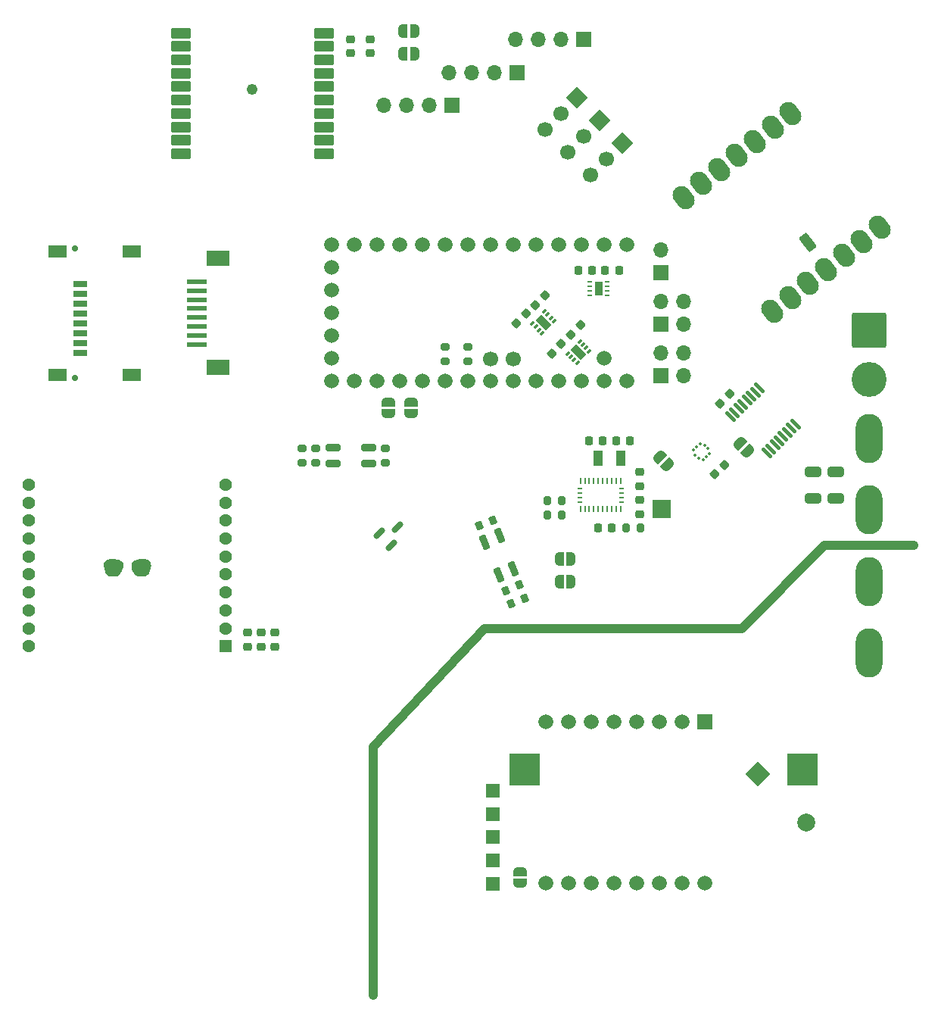
<source format=gbr>
%TF.GenerationSoftware,KiCad,Pcbnew,(6.0.5)*%
%TF.CreationDate,2024-11-08T16:15:15+00:00*%
%TF.ProjectId,Main Board,4d61696e-2042-46f6-9172-642e6b696361,rev?*%
%TF.SameCoordinates,Original*%
%TF.FileFunction,Soldermask,Bot*%
%TF.FilePolarity,Negative*%
%FSLAX46Y46*%
G04 Gerber Fmt 4.6, Leading zero omitted, Abs format (unit mm)*
G04 Created by KiCad (PCBNEW (6.0.5)) date 2024-11-08 16:15:15*
%MOMM*%
%LPD*%
G01*
G04 APERTURE LIST*
G04 Aperture macros list*
%AMRoundRect*
0 Rectangle with rounded corners*
0 $1 Rounding radius*
0 $2 $3 $4 $5 $6 $7 $8 $9 X,Y pos of 4 corners*
0 Add a 4 corners polygon primitive as box body*
4,1,4,$2,$3,$4,$5,$6,$7,$8,$9,$2,$3,0*
0 Add four circle primitives for the rounded corners*
1,1,$1+$1,$2,$3*
1,1,$1+$1,$4,$5*
1,1,$1+$1,$6,$7*
1,1,$1+$1,$8,$9*
0 Add four rect primitives between the rounded corners*
20,1,$1+$1,$2,$3,$4,$5,0*
20,1,$1+$1,$4,$5,$6,$7,0*
20,1,$1+$1,$6,$7,$8,$9,0*
20,1,$1+$1,$8,$9,$2,$3,0*%
%AMHorizOval*
0 Thick line with rounded ends*
0 $1 width*
0 $2 $3 position (X,Y) of the first rounded end (center of the circle)*
0 $4 $5 position (X,Y) of the second rounded end (center of the circle)*
0 Add line between two ends*
20,1,$1,$2,$3,$4,$5,0*
0 Add two circle primitives to create the rounded ends*
1,1,$1,$2,$3*
1,1,$1,$4,$5*%
%AMRotRect*
0 Rectangle, with rotation*
0 The origin of the aperture is its center*
0 $1 length*
0 $2 width*
0 $3 Rotation angle, in degrees counterclockwise*
0 Add horizontal line*
21,1,$1,$2,0,0,$3*%
%AMFreePoly0*
4,1,22,0.500000,-0.750000,0.000000,-0.750000,0.000000,-0.745033,-0.079941,-0.743568,-0.215256,-0.701293,-0.333266,-0.622738,-0.424486,-0.514219,-0.481581,-0.384460,-0.499164,-0.250000,-0.500000,-0.250000,-0.500000,0.250000,-0.499164,0.250000,-0.499963,0.256109,-0.478152,0.396186,-0.417904,0.524511,-0.324060,0.630769,-0.204165,0.706417,-0.067858,0.745374,0.000000,0.744959,0.000000,0.750000,
0.500000,0.750000,0.500000,-0.750000,0.500000,-0.750000,$1*%
%AMFreePoly1*
4,1,20,0.000000,0.744959,0.073905,0.744508,0.209726,0.703889,0.328688,0.626782,0.421226,0.519385,0.479903,0.390333,0.500000,0.250000,0.500000,-0.250000,0.499851,-0.262216,0.476331,-0.402017,0.414519,-0.529596,0.319384,-0.634700,0.198574,-0.708877,0.061801,-0.746166,0.000000,-0.745033,0.000000,-0.750000,-0.500000,-0.750000,-0.500000,0.750000,0.000000,0.750000,0.000000,0.744959,
0.000000,0.744959,$1*%
G04 Aperture macros list end*
%ADD10C,1.000000*%
%ADD11RoundRect,0.250002X-1.699998X1.699998X-1.699998X-1.699998X1.699998X-1.699998X1.699998X1.699998X0*%
%ADD12C,3.900000*%
%ADD13R,1.431000X1.431000*%
%ADD14C,1.431000*%
%ADD15RotRect,2.000000X2.000000X315.000000*%
%ADD16C,2.000000*%
%ADD17O,3.000000X5.500000*%
%ADD18R,1.665000X1.665000*%
%ADD19C,1.665000*%
%ADD20RoundRect,0.197500X0.632500X-0.197500X0.632500X0.197500X-0.632500X0.197500X-0.632500X-0.197500X0*%
%ADD21RoundRect,0.225000X-0.250000X0.225000X-0.250000X-0.225000X0.250000X-0.225000X0.250000X0.225000X0*%
%ADD22RoundRect,0.200000X0.079538X0.330604X-0.290014X0.177530X-0.079538X-0.330604X0.290014X-0.177530X0*%
%ADD23RoundRect,0.225000X0.250000X-0.225000X0.250000X0.225000X-0.250000X0.225000X-0.250000X-0.225000X0*%
%ADD24RoundRect,0.225000X0.017678X-0.335876X0.335876X-0.017678X-0.017678X0.335876X-0.335876X0.017678X0*%
%ADD25RoundRect,0.200000X0.275000X-0.200000X0.275000X0.200000X-0.275000X0.200000X-0.275000X-0.200000X0*%
%ADD26RotRect,1.700000X1.700000X135.000000*%
%ADD27HorizOval,1.700000X0.000000X0.000000X0.000000X0.000000X0*%
%ADD28FreePoly0,0.000000*%
%ADD29FreePoly1,0.000000*%
%ADD30RoundRect,0.225000X-0.017678X0.335876X-0.335876X0.017678X0.017678X-0.335876X0.335876X-0.017678X0*%
%ADD31RotRect,0.500000X0.250000X225.000000*%
%ADD32RotRect,0.900000X1.600000X225.000000*%
%ADD33C,1.700000*%
%ADD34RoundRect,0.200000X0.200000X0.275000X-0.200000X0.275000X-0.200000X-0.275000X0.200000X-0.275000X0*%
%ADD35RoundRect,0.225000X0.225000X0.250000X-0.225000X0.250000X-0.225000X-0.250000X0.225000X-0.250000X0*%
%ADD36RoundRect,0.225000X-0.225000X-0.250000X0.225000X-0.250000X0.225000X0.250000X-0.225000X0.250000X0*%
%ADD37RoundRect,1.000000X0.230873X-0.295504X-0.230873X0.295504X-0.230873X0.295504X0.230873X-0.295504X0*%
%ADD38RoundRect,0.137500X0.856062X-0.425699X-0.205954X0.933620X-0.856062X0.425699X0.205954X-0.933620X0*%
%ADD39R,1.700000X1.700000*%
%ADD40O,1.700000X1.700000*%
%ADD41R,2.200000X0.600000*%
%ADD42R,2.600000X1.800000*%
%ADD43RoundRect,0.200000X-0.200000X-0.275000X0.200000X-0.275000X0.200000X0.275000X-0.200000X0.275000X0*%
%ADD44RotRect,0.300000X0.325000X315.000000*%
%ADD45RotRect,0.300000X0.325000X45.000000*%
%ADD46RoundRect,0.250000X-0.650000X0.325000X-0.650000X-0.325000X0.650000X-0.325000X0.650000X0.325000X0*%
%ADD47R,1.500000X1.500000*%
%ADD48FreePoly0,270.000000*%
%ADD49FreePoly1,270.000000*%
%ADD50RoundRect,0.197500X-0.059581X0.659934X-0.424513X0.508774X0.059581X-0.659934X0.424513X-0.508774X0*%
%ADD51RoundRect,0.200000X-0.275000X0.200000X-0.275000X-0.200000X0.275000X-0.200000X0.275000X0.200000X0*%
%ADD52C,0.700000*%
%ADD53R,1.500000X0.800000*%
%ADD54R,2.000000X1.450000*%
%ADD55FreePoly0,90.000000*%
%ADD56FreePoly1,90.000000*%
%ADD57R,0.500000X0.250000*%
%ADD58R,0.900000X1.600000*%
%ADD59RoundRect,0.100000X1.600000X1.700000X-1.600000X1.700000X-1.600000X-1.700000X1.600000X-1.700000X0*%
%ADD60FreePoly0,315.000000*%
%ADD61FreePoly1,315.000000*%
%ADD62RoundRect,0.200000X-0.079538X-0.330604X0.290014X-0.177530X0.079538X0.330604X-0.290014X0.177530X0*%
%ADD63RoundRect,0.100000X0.521491X-0.380070X-0.380070X0.521491X-0.521491X0.380070X0.380070X-0.521491X0*%
%ADD64R,2.000000X2.000000*%
%ADD65RoundRect,0.150000X-0.309359X-0.521491X0.521491X0.309359X0.309359X0.521491X-0.521491X-0.309359X0*%
%ADD66R,1.000000X1.800000*%
%ADD67R,0.250000X0.675000*%
%ADD68R,0.575000X0.250000*%
%ADD69C,1.210000*%
%ADD70RoundRect,0.227000X0.875000X0.375000X-0.875000X0.375000X-0.875000X-0.375000X0.875000X-0.375000X0*%
G04 APERTURE END LIST*
D10*
X131750000Y-119250000D02*
X103000000Y-119250000D01*
X90500000Y-160250000D02*
X90500000Y-132500000D01*
X151000000Y-110000000D02*
X141000000Y-110000000D01*
X90500000Y-132500000D02*
X103000000Y-119250000D01*
X131750000Y-119250000D02*
X141000000Y-110000000D01*
%TO.C,G\u002A\u002A\u002A*%
G36*
X61689226Y-111526537D02*
G01*
X61889433Y-111556632D01*
X62074087Y-111612205D01*
X62266605Y-111697412D01*
X62323514Y-111728057D01*
X62482170Y-111855340D01*
X62574466Y-112015752D01*
X62602756Y-112215220D01*
X62569394Y-112459670D01*
X62537613Y-112577520D01*
X62421608Y-112864589D01*
X62265884Y-113103923D01*
X62077479Y-113286131D01*
X61863427Y-113401824D01*
X61720323Y-113438282D01*
X61519043Y-113461722D01*
X61309690Y-113463682D01*
X61119994Y-113444124D01*
X60977681Y-113403010D01*
X60856314Y-113333548D01*
X60669146Y-113159751D01*
X60530338Y-112926428D01*
X60439358Y-112632547D01*
X60395672Y-112277077D01*
X60394422Y-112252236D01*
X60390954Y-112047700D01*
X60408353Y-111900975D01*
X60453690Y-111794605D01*
X60534033Y-111711130D01*
X60656452Y-111633094D01*
X60726893Y-111597040D01*
X60816361Y-111564364D01*
X60923966Y-111543244D01*
X61069714Y-111530050D01*
X61273609Y-111521154D01*
X61450050Y-111517764D01*
X61689226Y-111526537D01*
G37*
G36*
X65027884Y-111521685D02*
G01*
X65277360Y-111573922D01*
X65463224Y-111666707D01*
X65589052Y-111803844D01*
X65658420Y-111989136D01*
X65674902Y-112226388D01*
X65642074Y-112519401D01*
X65633222Y-112567881D01*
X65560113Y-112853310D01*
X65459572Y-113074240D01*
X65326185Y-113240005D01*
X65154538Y-113359938D01*
X65069228Y-113401592D01*
X64950364Y-113443661D01*
X64820609Y-113463448D01*
X64646538Y-113468065D01*
X64481358Y-113460992D01*
X64255821Y-113417482D01*
X64059175Y-113325826D01*
X63865307Y-113176270D01*
X63764611Y-113068826D01*
X63630567Y-112860215D01*
X63533529Y-112622820D01*
X63479053Y-112376582D01*
X63472699Y-112141443D01*
X63520023Y-111937344D01*
X63545691Y-111888336D01*
X63666102Y-111762785D01*
X63850148Y-111658336D01*
X64088397Y-111578464D01*
X64371420Y-111526644D01*
X64689784Y-111506351D01*
X64711222Y-111506193D01*
X65027884Y-111521685D01*
G37*
%TD*%
D11*
%TO.C,J1*%
X146000000Y-85950000D03*
D12*
X146000000Y-91450000D03*
%TD*%
D13*
%TO.C,RX1*%
X73998000Y-121248000D03*
D14*
X73998000Y-119241000D03*
X73998000Y-117235000D03*
X73998000Y-115228000D03*
X73998000Y-113222000D03*
X73998000Y-111215000D03*
X73998000Y-109208000D03*
X73998000Y-107202000D03*
X73998000Y-105195000D03*
X73998000Y-103189000D03*
X52002000Y-103189000D03*
X52002000Y-105195000D03*
X52002000Y-107202000D03*
X52002000Y-109208000D03*
X52002000Y-111215000D03*
X52002000Y-113222000D03*
X52002000Y-115228000D03*
X52002000Y-117235000D03*
X52002000Y-119241000D03*
X52002000Y-121248000D03*
%TD*%
D15*
%TO.C,BZ1*%
X133562994Y-135562994D03*
D16*
X138937006Y-140937006D03*
%TD*%
D17*
%TO.C,SW1*%
X146000000Y-98000000D03*
X146000000Y-106000000D03*
X146000000Y-114000000D03*
X146000000Y-122000000D03*
%TD*%
D18*
%TO.C,U4*%
X127640000Y-129733000D03*
D19*
X125100000Y-129733000D03*
X122560000Y-129733000D03*
X120020000Y-129733000D03*
X117480000Y-129733000D03*
X114940000Y-129733000D03*
X112400000Y-129733000D03*
X109860000Y-129733000D03*
X109860000Y-147767000D03*
X112400000Y-147767000D03*
X114940000Y-147767000D03*
X117480000Y-147767000D03*
X120020000Y-147767000D03*
X122560000Y-147767000D03*
X125100000Y-147767000D03*
X127640000Y-147767000D03*
%TD*%
%TO.C,IC1*%
X118885000Y-76380000D03*
X116345000Y-76380000D03*
X113805000Y-76380000D03*
X111265000Y-76380000D03*
X108725000Y-76380000D03*
X106185000Y-76380000D03*
X103645000Y-76380000D03*
X101105000Y-76380000D03*
X98565000Y-76380000D03*
X96025000Y-76380000D03*
X93485000Y-76380000D03*
X90945000Y-76380000D03*
X88405000Y-76380000D03*
X85865000Y-76380000D03*
X85865000Y-78920000D03*
X85865000Y-81460000D03*
X85865000Y-84000000D03*
X85865000Y-86540000D03*
X85865000Y-89080000D03*
X85865000Y-91620000D03*
X88405000Y-91620000D03*
X90945000Y-91620000D03*
X93485000Y-91620000D03*
X96025000Y-91620000D03*
X98565000Y-91620000D03*
X101105000Y-91620000D03*
X103645000Y-91620000D03*
X106185000Y-91620000D03*
X108725000Y-91620000D03*
X111265000Y-91620000D03*
X113805000Y-91620000D03*
X116345000Y-91620000D03*
X118885000Y-91620000D03*
X116345000Y-89080000D03*
%TD*%
D20*
%TO.C,U7*%
X90000000Y-100850000D03*
X86000000Y-100850000D03*
X86000000Y-99050000D03*
X90000000Y-99050000D03*
%TD*%
D21*
%TO.C,C5*%
X120290000Y-101775000D03*
X120290000Y-103325000D03*
%TD*%
D22*
%TO.C,R3*%
X107466960Y-115855623D03*
X105942558Y-116487051D03*
%TD*%
D23*
%TO.C,C12*%
X79500000Y-121275000D03*
X79500000Y-119725000D03*
%TD*%
D24*
%TO.C,C1*%
X128701992Y-102048008D03*
X129798008Y-100951992D03*
%TD*%
D25*
%TO.C,R14*%
X91900000Y-100775000D03*
X91900000Y-99125000D03*
%TD*%
D26*
%TO.C,SERVO1*%
X118392657Y-64995343D03*
D27*
X116596606Y-66791394D03*
X114800555Y-68587445D03*
%TD*%
D28*
%TO.C,JP9*%
X111350000Y-111500000D03*
D29*
X112650000Y-111500000D03*
%TD*%
D30*
%TO.C,C15*%
X109714501Y-81994473D03*
X108618485Y-83090489D03*
%TD*%
D25*
%TO.C,R7*%
X101110000Y-89405000D03*
X101110000Y-87755000D03*
%TD*%
D31*
%TO.C,U10*%
X113625304Y-87197918D03*
X113978858Y-87551472D03*
X114332411Y-87905025D03*
X114685965Y-88258579D03*
X113342462Y-89602082D03*
X112988908Y-89248528D03*
X112635355Y-88894975D03*
X112281801Y-88541421D03*
D32*
X113483883Y-88400000D03*
%TD*%
D33*
%TO.C,J4*%
X103650000Y-89100000D03*
%TD*%
D34*
%TO.C,R6*%
X111614999Y-106550000D03*
X109964999Y-106550000D03*
%TD*%
D35*
%TO.C,C9*%
X116215000Y-98250001D03*
X114665000Y-98250001D03*
%TD*%
D36*
%TO.C,C8*%
X117665000Y-98250001D03*
X119215000Y-98250001D03*
%TD*%
D28*
%TO.C,JP8*%
X93850000Y-55000000D03*
D29*
X95150000Y-55000000D03*
%TD*%
D24*
%TO.C,C14*%
X106514843Y-85194131D03*
X107610859Y-84098115D03*
%TD*%
D37*
%TO.C,IC2*%
X147158303Y-74445716D03*
X145156755Y-76009496D03*
X143155208Y-77573276D03*
X141153661Y-79137057D03*
X139152113Y-80700837D03*
X137150566Y-82264617D03*
X135149019Y-83828397D03*
X125196851Y-71090203D03*
X127198398Y-69526423D03*
X129199946Y-67962643D03*
X131201493Y-66398863D03*
X133203040Y-64835083D03*
X135204587Y-63271302D03*
X137206135Y-61707522D03*
D38*
X139133664Y-76064299D03*
%TD*%
D39*
%TO.C,M2*%
X122725000Y-91025000D03*
D40*
X125265000Y-91025000D03*
X122725000Y-88485000D03*
X125265000Y-88485000D03*
%TD*%
D23*
%TO.C,C10*%
X76500000Y-121275000D03*
X76500000Y-119725000D03*
%TD*%
D41*
%TO.C,J2*%
X70757500Y-80500000D03*
X70757500Y-81500000D03*
X70757500Y-82500000D03*
X70757500Y-83500000D03*
X70757500Y-84500000D03*
X70757500Y-85500000D03*
X70757500Y-86500000D03*
X70757500Y-87500000D03*
D42*
X73127500Y-77900000D03*
X73127500Y-90100000D03*
%TD*%
D43*
%TO.C,R9*%
X118775000Y-108000000D03*
X120425000Y-108000000D03*
%TD*%
D39*
%TO.C,M1_ENC1*%
X99300000Y-60800000D03*
D40*
X96760000Y-60800000D03*
X94220000Y-60800000D03*
X91680000Y-60800000D03*
%TD*%
D44*
%TO.C,U1*%
X126896447Y-100207107D03*
X126542893Y-99853553D03*
D45*
X126348439Y-99305546D03*
X126701992Y-98951992D03*
X127055546Y-98598439D03*
D44*
X127603553Y-98792893D03*
X127957107Y-99146447D03*
D45*
X128151561Y-99694454D03*
X127798008Y-100048008D03*
X127444454Y-100401561D03*
%TD*%
D39*
%TO.C,M3*%
X122725000Y-79525000D03*
D40*
X122725000Y-76985000D03*
%TD*%
D26*
%TO.C,SERVO2*%
X115842051Y-62465949D03*
D27*
X114046000Y-64262000D03*
X112249949Y-66058051D03*
%TD*%
D46*
%TO.C,C20*%
X142250000Y-101775000D03*
X142250000Y-104725000D03*
%TD*%
D47*
%TO.C,TP5*%
X103900000Y-145200000D03*
%TD*%
D21*
%TO.C,C4*%
X120339999Y-104925002D03*
X120339999Y-106475002D03*
%TD*%
D33*
%TO.C,J5*%
X106200000Y-89100000D03*
%TD*%
D39*
%TO.C,M2_ENC1*%
X114050000Y-53400000D03*
D40*
X111510000Y-53400000D03*
X108970000Y-53400000D03*
X106430000Y-53400000D03*
%TD*%
D23*
%TO.C,C11*%
X78000000Y-121275000D03*
X78000000Y-119725000D03*
%TD*%
D39*
%TO.C,M1*%
X122725000Y-85275000D03*
D40*
X125265000Y-85275000D03*
X122725000Y-82735000D03*
X125265000Y-82735000D03*
%TD*%
D46*
%TO.C,C21*%
X139750000Y-101775000D03*
X139750000Y-104725000D03*
%TD*%
D48*
%TO.C,JP2*%
X106934000Y-146450000D03*
D49*
X106934000Y-147750000D03*
%TD*%
D50*
%TO.C,U5*%
X104666125Y-108897826D03*
X106196858Y-112593344D03*
X104533875Y-113282174D03*
X103003142Y-109586656D03*
%TD*%
D51*
%TO.C,R13*%
X84100000Y-99124999D03*
X84100000Y-100774999D03*
%TD*%
D35*
%TO.C,C19*%
X118000000Y-79250000D03*
X116450000Y-79250000D03*
%TD*%
D52*
%TO.C,J3*%
X57192500Y-91250000D03*
X57192500Y-76750000D03*
D53*
X57792500Y-80795000D03*
X57792500Y-81895000D03*
X57792500Y-82995000D03*
X57792500Y-84095000D03*
X57792500Y-85195000D03*
X57792500Y-86295000D03*
X57792500Y-87395000D03*
X57792500Y-88495000D03*
D54*
X55192500Y-90875000D03*
X63492500Y-90875000D03*
X63492500Y-77125000D03*
X55192500Y-77125000D03*
%TD*%
D55*
%TO.C,JP6*%
X92250000Y-95250000D03*
D56*
X92250000Y-93950000D03*
%TD*%
D57*
%TO.C,U11*%
X116675000Y-80500000D03*
X116675000Y-81000000D03*
X116675000Y-81500000D03*
X116675000Y-82000000D03*
X114775000Y-82000000D03*
X114775000Y-81500000D03*
X114775000Y-81000000D03*
X114775000Y-80500000D03*
D58*
X115725000Y-81250000D03*
%TD*%
D47*
%TO.C,TP3*%
X103900000Y-140000000D03*
%TD*%
D25*
%TO.C,R2*%
X98560000Y-89415000D03*
X98560000Y-87765000D03*
%TD*%
D59*
%TO.C,BT2*%
X138550000Y-135000000D03*
X107450000Y-135000000D03*
%TD*%
D60*
%TO.C,JP4*%
X122540381Y-100040381D03*
D61*
X123459619Y-100959619D03*
%TD*%
D62*
%TO.C,R4*%
X105330264Y-115008844D03*
X106854666Y-114377416D03*
%TD*%
D34*
%TO.C,R1*%
X111615002Y-105000000D03*
X109965002Y-105000000D03*
%TD*%
D26*
%TO.C,SERVO3*%
X113294606Y-59933394D03*
D27*
X111498555Y-61729445D03*
X109702504Y-63525496D03*
%TD*%
D24*
%TO.C,C16*%
X110461002Y-88559100D03*
X111557018Y-87463084D03*
%TD*%
D21*
%TO.C,C3*%
X88000000Y-53425000D03*
X88000000Y-54975000D03*
%TD*%
D28*
%TO.C,JP7*%
X93850000Y-52500000D03*
D29*
X95150000Y-52500000D03*
%TD*%
D39*
%TO.C,M3_ENC1*%
X106580000Y-57100000D03*
D40*
X104040000Y-57100000D03*
X101500000Y-57100000D03*
X98960000Y-57100000D03*
%TD*%
D63*
%TO.C,U3*%
X137745629Y-96415425D03*
X137286010Y-96875045D03*
X136826390Y-97334664D03*
X136366771Y-97794283D03*
X135907151Y-98253903D03*
X135447532Y-98713522D03*
X134987913Y-99173142D03*
X134528293Y-99632761D03*
X130480107Y-95584575D03*
X130939726Y-95124955D03*
X131399346Y-94665336D03*
X131858965Y-94205717D03*
X132318585Y-93746097D03*
X132778204Y-93286478D03*
X133237823Y-92826858D03*
X133697443Y-92367239D03*
%TD*%
D35*
%TO.C,C7*%
X117215000Y-108000000D03*
X115665000Y-108000000D03*
%TD*%
D28*
%TO.C,JP10*%
X111350000Y-114000000D03*
D29*
X112650000Y-114000000D03*
%TD*%
D60*
%TO.C,JP3*%
X131540381Y-98540381D03*
D61*
X132459619Y-99459619D03*
%TD*%
D64*
%TO.C,TP1*%
X122790000Y-105899999D03*
%TD*%
D65*
%TO.C,Q1*%
X92558839Y-109934664D03*
X91215336Y-108591161D03*
X93212913Y-107937087D03*
%TD*%
D31*
%TO.C,U9*%
X109674264Y-83830761D03*
X110027818Y-84184315D03*
X110381371Y-84537868D03*
X110734925Y-84891422D03*
X109391422Y-86234925D03*
X109037868Y-85881371D03*
X108684315Y-85527818D03*
X108330761Y-85174264D03*
D32*
X109532843Y-85032843D03*
%TD*%
D22*
%TO.C,R5*%
X103869736Y-107171156D03*
X102345334Y-107802584D03*
%TD*%
D66*
%TO.C,Y1*%
X118190000Y-100213000D03*
X115690000Y-100213000D03*
%TD*%
D47*
%TO.C,TP4*%
X103900000Y-142600000D03*
%TD*%
D30*
%TO.C,C17*%
X113678338Y-85341763D03*
X112582322Y-86437779D03*
%TD*%
D67*
%TO.C,U6*%
X118190000Y-102799999D03*
D68*
X118253000Y-103612999D03*
X118253000Y-104112999D03*
X118253000Y-104612999D03*
X118253000Y-105112999D03*
D67*
X118190000Y-105925999D03*
X117690000Y-105925999D03*
X117190000Y-105925999D03*
X116690000Y-105925999D03*
X116190000Y-105925999D03*
X115690000Y-105925999D03*
X115190000Y-105925999D03*
X114690000Y-105925999D03*
X114190000Y-105925999D03*
X113690000Y-105925999D03*
D68*
X113627000Y-105112999D03*
X113627000Y-104612999D03*
X113627000Y-104112999D03*
X113627000Y-103612999D03*
D67*
X113690000Y-102799999D03*
X114190000Y-102799999D03*
X114690000Y-102799999D03*
X115190000Y-102799999D03*
X115690000Y-102799999D03*
X116190000Y-102799999D03*
X116690000Y-102799999D03*
X117190000Y-102799999D03*
X117690000Y-102799999D03*
%TD*%
D24*
%TO.C,C6*%
X129286864Y-94108489D03*
X130382880Y-93012473D03*
%TD*%
D47*
%TO.C,TP2*%
X103900000Y-137400000D03*
%TD*%
D25*
%TO.C,R8*%
X82550000Y-100775000D03*
X82550000Y-99125000D03*
%TD*%
D36*
%TO.C,C18*%
X113450000Y-79250000D03*
X115000000Y-79250000D03*
%TD*%
D21*
%TO.C,C2*%
X90200000Y-53425000D03*
X90200000Y-54975000D03*
%TD*%
D47*
%TO.C,TP6*%
X103900000Y-147800000D03*
%TD*%
D69*
%TO.C,U2*%
X77000000Y-59000000D03*
D70*
X85000000Y-52700000D03*
X85000000Y-54200000D03*
X85000000Y-55700000D03*
X85000000Y-57200000D03*
X85000000Y-58700000D03*
X85000000Y-60200000D03*
X85000000Y-61700000D03*
X85000000Y-63200000D03*
X85000000Y-64700000D03*
X85000000Y-66200000D03*
X69000000Y-66200000D03*
X69000000Y-64700000D03*
X69000000Y-63200000D03*
X69000000Y-61700000D03*
X69000000Y-60200000D03*
X69000000Y-58700000D03*
X69000000Y-57200000D03*
X69000000Y-55700000D03*
X69000000Y-54200000D03*
X69000000Y-52700000D03*
%TD*%
D55*
%TO.C,JP5*%
X94750000Y-95250000D03*
D56*
X94750000Y-93950000D03*
%TD*%
M02*

</source>
